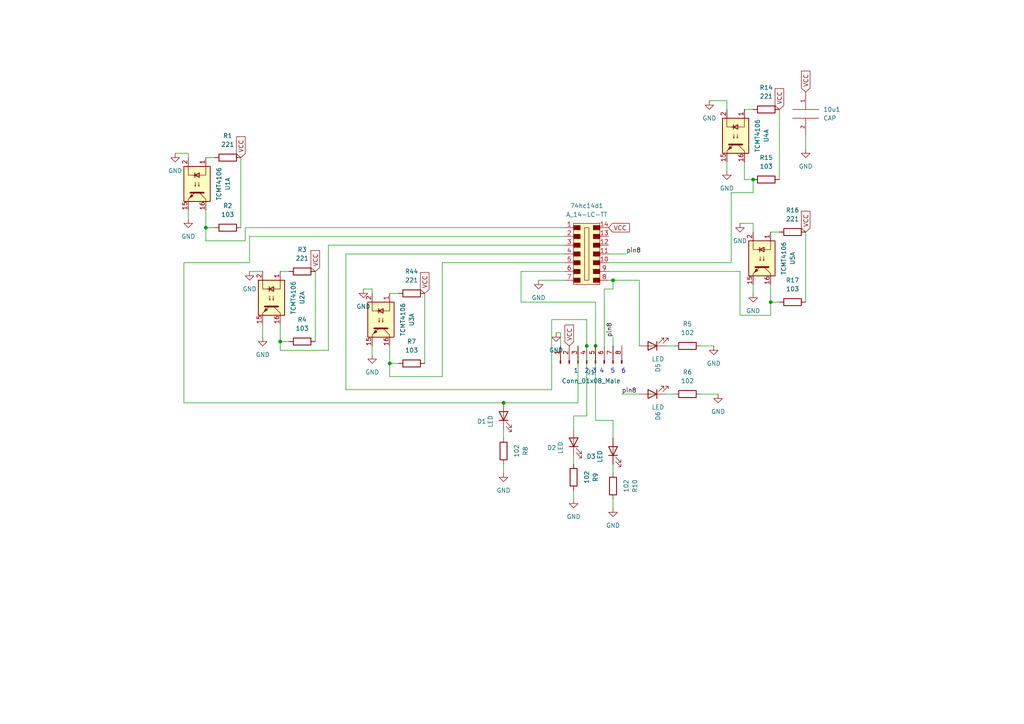
<source format=kicad_sch>
(kicad_sch (version 20211123) (generator eeschema)
  (paper "A4")
  (lib_symbols
    (symbol "Connector:Conn_01x08_Male" (pin_names (offset 1.016) hide)
      (property "Reference" "J" (at 0 10.16 0))
      (property "Value" "Conn_01x08_Male" (at 0 -12.7 0))
      (symbol "Conn_01x08_Male_1_1"
        (polyline (pts (xy 1.27 -10.16) (xy 0.8636 -10.16)) (stroke (width 0.1524)))
        (polyline (pts (xy 1.27 -7.62) (xy 0.8636 -7.62)) (stroke (width 0.1524)))
        (polyline (pts (xy 1.27 -5.08) (xy 0.8636 -5.08)) (stroke (width 0.1524)))
        (polyline (pts (xy 1.27 -2.54) (xy 0.8636 -2.54)) (stroke (width 0.1524)))
        (polyline (pts (xy 1.27 0) (xy 0.8636 0)) (stroke (width 0.1524)))
        (polyline (pts (xy 1.27 2.54) (xy 0.8636 2.54)) (stroke (width 0.1524)))
        (polyline (pts (xy 1.27 5.08) (xy 0.8636 5.08)) (stroke (width 0.1524)))
        (polyline (pts (xy 1.27 7.62) (xy 0.8636 7.62)) (stroke (width 0.1524)))
        (rectangle (start 0.8636 -10.033) (end 0 -10.287) (stroke (width 0.1524)) (fill (type outline)))
        (rectangle (start 0.8636 -7.493) (end 0 -7.747) (stroke (width 0.1524)) (fill (type outline)))
        (rectangle (start 0.8636 -4.953) (end 0 -5.207) (stroke (width 0.1524)) (fill (type outline)))
        (rectangle (start 0.8636 -2.413) (end 0 -2.667) (stroke (width 0.1524)) (fill (type outline)))
        (rectangle (start 0.8636 0.127) (end 0 -0.127) (stroke (width 0.1524)) (fill (type outline)))
        (rectangle (start 0.8636 2.667) (end 0 2.413) (stroke (width 0.1524)) (fill (type outline)))
        (rectangle (start 0.8636 5.207) (end 0 4.953) (stroke (width 0.1524)) (fill (type outline)))
        (rectangle (start 0.8636 7.747) (end 0 7.493) (stroke (width 0.1524)) (fill (type outline)))
        (pin passive line (at 5.08 7.62 180) (length 3.81) (name "Pin_1") (number "1"))
        (pin passive line (at 5.08 5.08 180) (length 3.81) (name "Pin_2") (number "2"))
        (pin passive line (at 5.08 2.54 180) (length 3.81) (name "Pin_3") (number "3"))
        (pin passive line (at 5.08 0 180) (length 3.81) (name "Pin_4") (number "4"))
        (pin passive line (at 5.08 -2.54 180) (length 3.81) (name "Pin_5") (number "5"))
        (pin passive line (at 5.08 -5.08 180) (length 3.81) (name "Pin_6") (number "6"))
        (pin passive line (at 5.08 -7.62 180) (length 3.81) (name "Pin_7") (number "7"))
        (pin passive line (at 5.08 -10.16 180) (length 3.81) (name "Pin_8") (number "8"))
      )
    )
    (symbol "Device:LED" (pin_numbers hide) (pin_names (offset 1.016) hide)
      (property "Reference" "D" (at 0 2.54 0))
      (property "Value" "LED" (at 0 -2.54 0))
      (symbol "LED_0_1"
        (polyline (pts (xy -1.27 -1.27) (xy -1.27 1.27)) (stroke (width 0.254)))
        (polyline (pts (xy -1.27 0) (xy 1.27 0)))
        (polyline (pts (xy 1.27 -1.27) (xy 1.27 1.27) (xy -1.27 0) (xy 1.27 -1.27)) (stroke (width 0.254)))
        (polyline (pts (xy -3.048 -0.762) (xy -4.572 -2.286) (xy -3.81 -2.286) (xy -4.572 -2.286) (xy -4.572 -1.524)))
        (polyline (pts (xy -1.778 -0.762) (xy -3.302 -2.286) (xy -2.54 -2.286) (xy -3.302 -2.286) (xy -3.302 -1.524)))
      )
      (symbol "LED_1_1"
        (pin passive line (at -3.81 0 0) (length 2.54) (name "K") (number "1"))
        (pin passive line (at 3.81 0 180) (length 2.54) (name "A") (number "2"))
      )
    )
    (symbol "Device:R" (pin_numbers hide) (pin_names (offset 0))
      (property "Reference" "R" (at 2.032 0 90))
      (property "Value" "R" (at 0 0 90))
      (symbol "R_0_1"
        (rectangle (start -1.016 -2.54) (end 1.016 2.54) (stroke (width 0.254)))
      )
      (symbol "R_1_1"
        (pin passive line (at 0 3.81 270) (length 1.27) (name "~") (number "1"))
        (pin passive line (at 0 -3.81 90) (length 1.27) (name "~") (number "2"))
      )
    )
    (symbol "Isolator:TCMT4106" (pin_names (offset 1.016))
      (property "Reference" "U" (at 0 5.08 0))
      (property "Value" "TCMT4106" (at 0 -5.08 0))
      (symbol "TCMT4106_1_1"
        (rectangle (start -5.08 3.81) (end 5.08 -3.81) (stroke (width 0.254)) (fill (type background)))
        (polyline (pts (xy -3.175 -0.635) (xy -1.905 -0.635)) (stroke (width 0.254)))
        (polyline (pts (xy 2.54 0.635) (xy 4.445 2.54)))
        (polyline (pts (xy 4.445 -2.54) (xy 2.54 -0.635)) (fill (type outline)))
        (polyline (pts (xy 4.445 -2.54) (xy 5.08 -2.54)))
        (polyline (pts (xy 4.445 2.54) (xy 5.08 2.54)))
        (polyline (pts (xy -2.54 -0.635) (xy -2.54 -2.54) (xy -5.08 -2.54)))
        (polyline (pts (xy 2.54 1.905) (xy 2.54 -1.905) (xy 2.54 -1.905)) (stroke (width 0.508)))
        (polyline (pts (xy -5.08 2.54) (xy -2.54 2.54) (xy -2.54 -1.27) (xy -2.54 0.635)))
        (polyline (pts (xy -2.54 -0.635) (xy -3.175 0.635) (xy -1.905 0.635) (xy -2.54 -0.635)) (stroke (width 0.254)))
        (polyline (pts (xy -0.508 -0.508) (xy 0.762 -0.508) (xy 0.381 -0.635) (xy 0.381 -0.381) (xy 0.762 -0.508)))
        (polyline (pts (xy -0.508 0.508) (xy 0.762 0.508) (xy 0.381 0.381) (xy 0.381 0.635) (xy 0.762 0.508)))
        (polyline (pts (xy 3.048 -1.651) (xy 3.556 -1.143) (xy 4.064 -2.159) (xy 3.048 -1.651) (xy 3.048 -1.651)) (fill (type outline)))
        (pin passive line (at -7.62 2.54 0) (length 2.54) (name "~") (number "1"))
        (pin passive line (at 7.62 -2.54 180) (length 2.54) (name "~") (number "15"))
        (pin passive line (at 7.62 2.54 180) (length 2.54) (name "~") (number "16"))
        (pin passive line (at -7.62 -2.54 0) (length 2.54) (name "~") (number "2"))
      )
      (symbol "TCMT4106_2_1"
        (rectangle (start -5.08 3.81) (end 5.08 -3.81) (stroke (width 0.254)) (fill (type background)))
        (polyline (pts (xy -3.175 -0.635) (xy -1.905 -0.635)) (stroke (width 0.254)))
        (polyline (pts (xy 2.54 0.635) (xy 4.445 2.54)))
        (polyline (pts (xy 4.445 -2.54) (xy 2.54 -0.635)) (fill (type outline)))
        (polyline (pts (xy 4.445 -2.54) (xy 5.08 -2.54)))
        (polyline (pts (xy 4.445 2.54) (xy 5.08 2.54)))
        (polyline (pts (xy -2.54 -0.635) (xy -2.54 -2.54) (xy -5.08 -2.54)))
        (polyline (pts (xy 2.54 1.905) (xy 2.54 -1.905) (xy 2.54 -1.905)) (stroke (width 0.508)))
        (polyline (pts (xy -5.08 2.54) (xy -2.54 2.54) (xy -2.54 -1.27) (xy -2.54 0.635)))
        (polyline (pts (xy -2.54 -0.635) (xy -3.175 0.635) (xy -1.905 0.635) (xy -2.54 -0.635)) (stroke (width 0.254)))
        (polyline (pts (xy -0.508 -0.508) (xy 0.762 -0.508) (xy 0.381 -0.635) (xy 0.381 -0.381) (xy 0.762 -0.508)))
        (polyline (pts (xy -0.508 0.508) (xy 0.762 0.508) (xy 0.381 0.381) (xy 0.381 0.635) (xy 0.762 0.508)))
        (polyline (pts (xy 3.048 -1.651) (xy 3.556 -1.143) (xy 4.064 -2.159) (xy 3.048 -1.651) (xy 3.048 -1.651)) (fill (type outline)))
        (pin passive line (at 7.62 -2.54 180) (length 2.54) (name "~") (number "13"))
        (pin passive line (at 7.62 2.54 180) (length 2.54) (name "~") (number "14"))
        (pin passive line (at -7.62 2.54 0) (length 2.54) (name "~") (number "3"))
        (pin passive line (at -7.62 -2.54 0) (length 2.54) (name "~") (number "4"))
      )
      (symbol "TCMT4106_3_1"
        (rectangle (start -5.08 3.81) (end 5.08 -3.81) (stroke (width 0.254)) (fill (type background)))
        (polyline (pts (xy -3.175 -0.635) (xy -1.905 -0.635)) (stroke (width 0.254)))
        (polyline (pts (xy 2.54 0.635) (xy 4.445 2.54)))
        (polyline (pts (xy 4.445 -2.54) (xy 2.54 -0.635)) (fill (type outline)))
        (polyline (pts (xy 4.445 -2.54) (xy 5.08 -2.54)))
        (polyline (pts (xy 4.445 2.54) (xy 5.08 2.54)))
        (polyline (pts (xy -2.54 -0.635) (xy -2.54 -2.54) (xy -5.08 -2.54)))
        (polyline (pts (xy 2.54 1.905) (xy 2.54 -1.905) (xy 2.54 -1.905)) (stroke (width 0.508)))
        (polyline (pts (xy -5.08 2.54) (xy -2.54 2.54) (xy -2.54 -1.27) (xy -2.54 0.635)))
        (polyline (pts (xy -2.54 -0.635) (xy -3.175 0.635) (xy -1.905 0.635) (xy -2.54 -0.635)) (stroke (width 0.254)))
        (polyline (pts (xy -0.508 -0.508) (xy 0.762 -0.508) (xy 0.381 -0.635) (xy 0.381 -0.381) (xy 0.762 -0.508)))
        (polyline (pts (xy -0.508 0.508) (xy 0.762 0.508) (xy 0.381 0.381) (xy 0.381 0.635) (xy 0.762 0.508)))
        (polyline (pts (xy 3.048 -1.651) (xy 3.556 -1.143) (xy 4.064 -2.159) (xy 3.048 -1.651) (xy 3.048 -1.651)) (fill (type outline)))
        (pin passive line (at 7.62 -2.54 180) (length 2.54) (name "~") (number "11"))
        (pin passive line (at 7.62 2.54 180) (length 2.54) (name "~") (number "12"))
        (pin passive line (at -7.62 2.54 0) (length 2.54) (name "~") (number "5"))
        (pin passive line (at -7.62 -2.54 0) (length 2.54) (name "~") (number "6"))
      )
      (symbol "TCMT4106_4_1"
        (rectangle (start -5.08 3.81) (end 5.08 -3.81) (stroke (width 0.254)) (fill (type background)))
        (polyline (pts (xy -3.175 -0.635) (xy -1.905 -0.635)) (stroke (width 0.254)))
        (polyline (pts (xy 2.54 0.635) (xy 4.445 2.54)))
        (polyline (pts (xy 4.445 -2.54) (xy 2.54 -0.635)) (fill (type outline)))
        (polyline (pts (xy 4.445 -2.54) (xy 5.08 -2.54)))
        (polyline (pts (xy 4.445 2.54) (xy 5.08 2.54)))
        (polyline (pts (xy -2.54 -0.635) (xy -2.54 -2.54) (xy -5.08 -2.54)))
        (polyline (pts (xy 2.54 1.905) (xy 2.54 -1.905) (xy 2.54 -1.905)) (stroke (width 0.508)))
        (polyline (pts (xy -5.08 2.54) (xy -2.54 2.54) (xy -2.54 -1.27) (xy -2.54 0.635)))
        (polyline (pts (xy -2.54 -0.635) (xy -3.175 0.635) (xy -1.905 0.635) (xy -2.54 -0.635)) (stroke (width 0.254)))
        (polyline (pts (xy -0.508 -0.508) (xy 0.762 -0.508) (xy 0.381 -0.635) (xy 0.381 -0.381) (xy 0.762 -0.508)))
        (polyline (pts (xy -0.508 0.508) (xy 0.762 0.508) (xy 0.381 0.381) (xy 0.381 0.635) (xy 0.762 0.508)))
        (polyline (pts (xy 3.048 -1.651) (xy 3.556 -1.143) (xy 4.064 -2.159) (xy 3.048 -1.651) (xy 3.048 -1.651)) (fill (type outline)))
        (pin passive line (at 7.62 2.54 180) (length 2.54) (name "~") (number "10"))
        (pin passive line (at -7.62 2.54 0) (length 2.54) (name "~") (number "7"))
        (pin passive line (at -7.62 -2.54 0) (length 2.54) (name "~") (number "8"))
        (pin passive line (at 7.62 -2.54 180) (length 2.54) (name "~") (number "9"))
      )
    )
    (symbol "dk_Sockets-for-ICs-Transistors:A_14-LC-TT" (pin_names (offset 1.016))
      (property "Reference" "J" (at -3.81 7.62 0))
      (property "Value" "A_14-LC-TT" (at 0 -12.7 0))
      (symbol "A_14-LC-TT_1_1"
        (rectangle (start -3.81 -9.525) (end -1.905 -10.795) (fill (type outline)))
        (rectangle (start -3.81 -6.985) (end -1.905 -8.255) (fill (type outline)))
        (rectangle (start -3.81 -4.445) (end -1.905 -5.715) (fill (type outline)))
        (rectangle (start -3.81 -1.905) (end -1.905 -3.175) (fill (type outline)))
        (rectangle (start -3.81 0.635) (end -1.905 -0.635) (fill (type outline)))
        (rectangle (start -3.81 3.175) (end -1.905 1.905) (fill (type outline)))
        (rectangle (start -3.81 5.715) (end -1.905 4.445) (fill (type outline)))
        (rectangle (start -3.81 6.35) (end 3.81 -11.43) (fill (type background)))
        (rectangle (start -0.635 5.08) (end 0.635 -10.16))
        (rectangle (start 1.905 -9.525) (end 3.81 -10.795) (fill (type outline)))
        (rectangle (start 1.905 -6.985) (end 3.81 -8.255) (fill (type outline)))
        (rectangle (start 1.905 -4.445) (end 3.81 -5.715) (fill (type outline)))
        (rectangle (start 1.905 -1.905) (end 3.81 -3.175) (fill (type outline)))
        (rectangle (start 1.905 0.635) (end 3.81 -0.635) (fill (type outline)))
        (rectangle (start 1.905 3.175) (end 3.81 1.905) (fill (type outline)))
        (rectangle (start 1.905 5.715) (end 3.81 4.445) (fill (type outline)))
        (pin passive line (at -6.35 5.08 0) (length 2.54) (name "~") (number "1"))
        (pin passive line (at 6.35 -5.08 180) (length 2.54) (name "~") (number "10"))
        (pin passive line (at 6.35 -2.54 180) (length 2.54) (name "~") (number "11"))
        (pin passive line (at 6.35 0 180) (length 2.54) (name "~") (number "12"))
        (pin passive line (at 6.35 2.54 180) (length 2.54) (name "~") (number "13"))
        (pin passive line (at 6.35 5.08 180) (length 2.54) (name "~") (number "14"))
        (pin passive line (at -6.35 2.54 0) (length 2.54) (name "~") (number "2"))
        (pin passive line (at -6.35 0 0) (length 2.54) (name "~") (number "3"))
        (pin passive line (at -6.35 -2.54 0) (length 2.54) (name "~") (number "4"))
        (pin passive line (at -6.35 -5.08 0) (length 2.54) (name "~") (number "5"))
        (pin passive line (at -6.35 -7.62 0) (length 2.54) (name "~") (number "6"))
        (pin passive line (at -6.35 -10.16 0) (length 2.54) (name "~") (number "7"))
        (pin passive line (at 6.35 -10.16 180) (length 2.54) (name "~") (number "8"))
        (pin passive line (at 6.35 -7.62 180) (length 2.54) (name "~") (number "9"))
      )
    )
    (symbol "power:GND" (power) (pin_names (offset 0))
      (property "Value" "GND" (at 0 -3.81 0))
      (symbol "GND_0_1"
        (polyline (pts (xy 0 0) (xy 0 -1.27) (xy 1.27 -1.27) (xy 0 -2.54) (xy -1.27 -1.27) (xy 0 -1.27)))
      )
      (symbol "GND_1_1"
        (pin power_in line (at 0 0 270) (length 0) hide (name "GND") (number "1"))
      )
    )
    (symbol "pspice:CAP" (pin_names (offset 0.254))
      (property "Reference" "C" (at 2.54 3.81 90))
      (property "Value" "CAP" (at 2.54 -3.81 90))
      (symbol "CAP_0_1"
        (polyline (pts (xy -3.81 -1.27) (xy 3.81 -1.27)))
        (polyline (pts (xy -3.81 1.27) (xy 3.81 1.27)))
      )
      (symbol "CAP_1_1"
        (pin passive line (at 0 6.35 270) (length 5.08) (name "~") (number "1"))
        (pin passive line (at 0 -6.35 90) (length 5.08) (name "~") (number "2"))
      )
    )
  )
  (junction (at 170.18 100.33))
  (junction (at 81.28 99.06))
  (junction (at 223.52 87.63))
  (junction (at 113.03 105.41))
  (junction (at 146.05 116.84))
  (junction (at 177.8 81.28))
  (junction (at 59.69 66.04))
  (junction (at 172.72 100.33))
  (junction (at 218.44 52.07))
  (wire (pts (xy 172.72 100.33) (xy 172.72 121.92)))
  (wire (pts (xy 170.18 100.33) (xy 170.18 120.65)))
  (wire (pts (xy 163.83 78.74) (xy 151.13 78.74)))
  (wire (pts (xy 53.34 76.2) (xy 53.34 116.84)))
  (wire (pts (xy 128.27 76.2) (xy 163.83 76.2)))
  (wire (pts (xy 81.28 101.6) (xy 95.25 101.6)))
  (wire (pts (xy 59.69 66.04) (xy 62.23 66.04)))
  (wire (pts (xy 210.82 46.99) (xy 210.82 49.53)))
  (wire (pts (xy 151.13 87.63) (xy 172.72 87.63)))
  (wire (pts (xy 100.33 113.03) (xy 160.02 113.03)))
  (wire (pts (xy 160.02 92.71) (xy 170.18 92.71)))
  (wire (pts (xy 177.8 134.62) (xy 177.8 137.16)))
  (wire (pts (xy 214.63 78.74) (xy 214.63 91.44)))
  (wire (pts (xy 233.68 39.37) (xy 233.68 43.18)))
  (wire (pts (xy 177.8 144.78) (xy 177.8 147.32)))
  (wire (pts (xy 113.03 100.33) (xy 113.03 105.41)))
  (wire (pts (xy 212.09 76.2) (xy 176.53 76.2)))
  (wire (pts (xy 69.85 45.72) (xy 69.85 66.04)))
  (wire (pts (xy 214.63 64.77) (xy 218.44 64.77)))
  (wire (pts (xy 215.9 46.99) (xy 215.9 52.07)))
  (wire (pts (xy 212.09 55.88) (xy 218.44 55.88)))
  (wire (pts (xy 59.69 45.72) (xy 62.23 45.72)))
  (wire (pts (xy 215.9 52.07) (xy 218.44 52.07)))
  (wire (pts (xy 166.37 142.24) (xy 166.37 144.78)))
  (wire (pts (xy 163.83 68.58) (xy 72.39 68.58)))
  (wire (pts (xy 128.27 109.22) (xy 128.27 76.2)))
  (wire (pts (xy 95.25 101.6) (xy 95.25 71.12)))
  (wire (pts (xy 218.44 82.55) (xy 218.44 85.09)))
  (wire (pts (xy 59.69 69.85) (xy 71.12 69.85)))
  (wire (pts (xy 166.37 120.65) (xy 170.18 120.65)))
  (wire (pts (xy 170.18 92.71) (xy 170.18 100.33)))
  (wire (pts (xy 95.25 71.12) (xy 163.83 71.12)))
  (wire (pts (xy 54.61 44.45) (xy 50.8 44.45)))
  (wire (pts (xy 100.33 73.66) (xy 100.33 113.03)))
  (wire (pts (xy 123.19 85.09) (xy 123.19 105.41)))
  (wire (pts (xy 166.37 124.46) (xy 166.37 120.65)))
  (wire (pts (xy 146.05 124.46) (xy 146.05 127)))
  (wire (pts (xy 223.52 91.44) (xy 223.52 87.63)))
  (wire (pts (xy 161.29 96.52) (xy 162.56 96.52)))
  (wire (pts (xy 215.9 31.75) (xy 218.44 31.75)))
  (wire (pts (xy 59.69 60.96) (xy 59.69 66.04)))
  (wire (pts (xy 53.34 116.84) (xy 146.05 116.84)))
  (wire (pts (xy 218.44 64.77) (xy 218.44 67.31)))
  (wire (pts (xy 166.37 132.08) (xy 166.37 134.62)))
  (wire (pts (xy 226.06 31.75) (xy 226.06 52.07)))
  (wire (pts (xy 193.04 100.33) (xy 195.58 100.33)))
  (wire (pts (xy 72.39 76.2) (xy 53.34 76.2)))
  (wire (pts (xy 203.2 114.3) (xy 208.28 114.3)))
  (wire (pts (xy 223.52 82.55) (xy 223.52 87.63)))
  (wire (pts (xy 105.41 83.82) (xy 107.95 83.82)))
  (wire (pts (xy 163.83 73.66) (xy 100.33 73.66)))
  (wire (pts (xy 175.26 100.33) (xy 175.26 83.82)))
  (wire (pts (xy 223.52 67.31) (xy 226.06 67.31)))
  (wire (pts (xy 176.53 81.28) (xy 177.8 81.28)))
  (wire (pts (xy 175.26 83.82) (xy 177.8 83.82)))
  (wire (pts (xy 71.12 69.85) (xy 71.12 66.04)))
  (wire (pts (xy 205.74 29.21) (xy 210.82 29.21)))
  (wire (pts (xy 54.61 60.96) (xy 54.61 63.5)))
  (wire (pts (xy 167.64 116.84) (xy 167.64 100.33)))
  (wire (pts (xy 107.95 100.33) (xy 107.95 102.87)))
  (wire (pts (xy 113.03 105.41) (xy 115.57 105.41)))
  (wire (pts (xy 172.72 87.63) (xy 172.72 100.33)))
  (wire (pts (xy 72.39 68.58) (xy 72.39 76.2)))
  (wire (pts (xy 233.68 67.31) (xy 233.68 87.63)))
  (wire (pts (xy 91.44 78.74) (xy 91.44 99.06)))
  (wire (pts (xy 76.2 93.98) (xy 76.2 97.79)))
  (wire (pts (xy 151.13 78.74) (xy 151.13 87.63)))
  (wire (pts (xy 81.28 99.06) (xy 83.82 99.06)))
  (wire (pts (xy 72.39 78.74) (xy 76.2 78.74)))
  (wire (pts (xy 113.03 105.41) (xy 113.03 109.22)))
  (wire (pts (xy 218.44 52.07) (xy 218.44 55.88)))
  (wire (pts (xy 177.8 83.82) (xy 177.8 81.28)))
  (wire (pts (xy 59.69 66.04) (xy 59.69 69.85)))
  (wire (pts (xy 160.02 113.03) (xy 160.02 92.71)))
  (wire (pts (xy 54.61 45.72) (xy 54.61 44.45)))
  (wire (pts (xy 212.09 55.88) (xy 212.09 76.2)))
  (wire (pts (xy 176.53 78.74) (xy 214.63 78.74)))
  (wire (pts (xy 176.53 73.66) (xy 181.61 73.66)))
  (wire (pts (xy 177.8 97.79) (xy 177.8 100.33)))
  (wire (pts (xy 81.28 93.98) (xy 81.28 99.06)))
  (wire (pts (xy 210.82 29.21) (xy 210.82 31.75)))
  (wire (pts (xy 81.28 78.74) (xy 83.82 78.74)))
  (wire (pts (xy 162.56 96.52) (xy 162.56 100.33)))
  (wire (pts (xy 214.63 91.44) (xy 223.52 91.44)))
  (wire (pts (xy 185.42 100.33) (xy 185.42 81.28)))
  (wire (pts (xy 156.21 81.28) (xy 163.83 81.28)))
  (wire (pts (xy 203.2 100.33) (xy 207.01 100.33)))
  (wire (pts (xy 71.12 66.04) (xy 163.83 66.04)))
  (wire (pts (xy 177.8 121.92) (xy 172.72 121.92)))
  (wire (pts (xy 81.28 99.06) (xy 81.28 101.6)))
  (wire (pts (xy 180.34 114.3) (xy 185.42 114.3)))
  (wire (pts (xy 113.03 109.22) (xy 128.27 109.22)))
  (wire (pts (xy 193.04 114.3) (xy 195.58 114.3)))
  (wire (pts (xy 146.05 134.62) (xy 146.05 137.16)))
  (wire (pts (xy 146.05 116.84) (xy 167.64 116.84)))
  (wire (pts (xy 177.8 81.28) (xy 185.42 81.28)))
  (wire (pts (xy 223.52 87.63) (xy 226.06 87.63)))
  (wire (pts (xy 107.95 83.82) (xy 107.95 85.09)))
  (wire (pts (xy 113.03 85.09) (xy 115.57 85.09)))
  (wire (pts (xy 177.8 127) (xy 177.8 121.92)))
  (text "1  2 3 4  5  6 \n\n" (at 166.37 110.49 0) (effects (font (size 1.27 1.27)) (justify left bottom)))
  (label "pin8" (at 177.8 97.79 90))
  (label "pin8" (at 180.34 114.3 0))
  (label "pin8" (at 181.61 73.66 0))
  (global_label "VCC" (shape input) (at 123.19 85.09 90) (property "Intersheet References" "${INTERSHEET_REFS}" (effects hide)))
  (global_label "VCC" (shape input) (at 226.06 31.75 90) (property "Intersheet References" "${INTERSHEET_REFS}" (effects hide)))
  (global_label "VCC" (shape input) (at 69.85 45.72 90) (property "Intersheet References" "${INTERSHEET_REFS}" (effects hide)))
  (global_label "VCC" (shape input) (at 176.53 66.04 0) (property "Intersheet References" "${INTERSHEET_REFS}" (effects hide)))
  (global_label "VCC" (shape input) (at 233.68 26.67 90) (property "Intersheet References" "${INTERSHEET_REFS}" (effects hide)))
  (global_label "VCC" (shape input) (at 91.44 78.74 90) (property "Intersheet References" "${INTERSHEET_REFS}" (effects hide)))
  (global_label "VCC" (shape input) (at 165.1 100.33 90) (property "Intersheet References" "${INTERSHEET_REFS}" (effects hide)))
  (global_label "VCC" (shape input) (at 233.68 67.31 90) (property "Intersheet References" "${INTERSHEET_REFS}" (effects hide)))
  (symbol (lib_id "Device:R") (at 119.38 85.09 90) (unit 1)
    (property "Reference" "R44" (at 119.38 78.74 90))
    (property "Value" "221" (at 119.38 81.28 90))
    (property "Footprint" "Resistor_SMD:R_0612_1632Metric" (effects hide))
  )
  (symbol (lib_id "power:GND") (at 54.61 63.5 0) (unit 1)
    (property "Reference" "#PWR0116" (effects hide))
    (property "Value" "GND" (at 54.61 68.58 0))
  )
  (symbol (lib_id "Device:R") (at 66.04 66.04 90) (unit 1)
    (property "Reference" "R2" (at 66.04 59.69 90))
    (property "Value" "103" (at 66.04 62.23 90))
    (property "Footprint" "Resistor_SMD:R_0612_1632Metric" (effects hide))
  )
  (symbol (lib_id "Device:R") (at 229.87 87.63 90) (unit 1)
    (property "Reference" "R17" (at 229.87 81.28 90))
    (property "Value" "103" (at 229.87 83.82 90))
    (property "Footprint" "Resistor_SMD:R_0612_1632Metric" (effects hide))
  )
  (symbol (lib_id "Device:R") (at 87.63 99.06 90) (unit 1)
    (property "Reference" "R4" (at 87.63 92.71 90))
    (property "Value" "103" (at 87.63 95.25 90))
    (property "Footprint" "Resistor_SMD:R_0612_1632Metric" (effects hide))
  )
  (symbol (lib_id "pspice:CAP") (at 233.68 33.02 0) (unit 1)
    (property "Reference" "10u1" (at 238.76 31.7499 0) (effects (justify left)))
    (property "Value" "CAP" (at 238.76 34.2899 0) (effects (justify left)))
    (property "Footprint" "Capacitor_SMD:C_1206_3216Metric_Pad1.33x1.80mm_HandSolder" (effects hide))
  )
  (symbol (lib_id "power:GND") (at 233.68 43.18 0) (unit 1)
    (property "Reference" "#PWR0115" (effects hide))
    (property "Value" "GND" (at 233.68 48.26 0))
  )
  (symbol (lib_id "power:GND") (at 156.21 81.28 0) (unit 1)
    (property "Reference" "#PWR0107" (effects hide))
    (property "Value" "GND" (at 156.21 86.36 0))
  )
  (symbol (lib_id "power:GND") (at 208.28 114.3 0) (unit 1)
    (property "Reference" "#PWR0104" (effects hide))
    (property "Value" "GND" (at 208.28 119.38 0))
  )
  (symbol (lib_id "dk_Sockets-for-ICs-Transistors:A_14-LC-TT") (at 170.18 71.12 0) (unit 1)
    (property "Reference" "74hc14d1" (at 170.18 59.69 0))
    (property "Value" "A_14-LC-TT" (at 170.18 62.23 0))
    (property "Footprint" "Package_DIP:DIP-14_W7.62mm_Socket" (effects hide))
    (property "Datasheet" "http://www.assmann-wsw.com/fileadmin/datasheets/ASS_0810_CO.pdf" (effects hide))
    (property "Digi-Key_PN" "AE9989-ND" (effects hide))
    (property "MPN" "A 14-LC-TT" (effects hide))
    (property "Category" "Connectors, Interconnects" (effects hide))
    (property "Family" "Sockets for ICs, Transistors" (effects hide))
    (property "DK_Datasheet_Link" "http://www.assmann-wsw.com/fileadmin/datasheets/ASS_0810_CO.pdf" (effects hide))
    (property "DK_Detail_Page" "/product-detail/en/assmann-wsw-components/A-14-LC-TT/AE9989-ND/821743" (effects hide))
    (property "Description" "CONN IC DIP SOCKET 14POS TIN" (effects hide))
    (property "Manufacturer" "Assmann WSW Components" (effects hide))
    (property "Status" "Active" (effects hide))
  )
  (symbol (lib_id "power:GND") (at 177.8 147.32 0) (unit 1)
    (property "Reference" "#PWR0109" (effects hide))
    (property "Value" "GND" (at 177.8 152.4 0))
  )
  (symbol (lib_id "Isolator:TCMT4106") (at 220.98 74.93 270) (unit 1)
    (property "Reference" "U5" (at 229.87 74.93 0))
    (property "Value" "TCMT4106" (at 227.33 74.93 0))
    (property "Footprint" "sensor:tcrt5000" (effects hide))
    (property "Datasheet" "https://www.vishay.com/docs/84181/tcmt4100.pdf" (effects hide))
  )
  (symbol (lib_id "Device:R") (at 229.87 67.31 90) (unit 1)
    (property "Reference" "R16" (at 229.87 60.96 90))
    (property "Value" "221" (at 229.87 63.5 90))
    (property "Footprint" "Resistor_SMD:R_0612_1632Metric" (effects hide))
  )
  (symbol (lib_id "Isolator:TCMT4106") (at 57.15 53.34 270) (unit 1)
    (property "Reference" "U1" (at 66.04 53.34 0))
    (property "Value" "TCMT4106" (at 63.5 53.34 0))
    (property "Footprint" "sensor:tcrt5000" (effects hide))
    (property "Datasheet" "https://www.vishay.com/docs/84181/tcmt4100.pdf" (effects hide))
  )
  (symbol (lib_id "Device:R") (at 222.25 31.75 90) (unit 1)
    (property "Reference" "R14" (at 222.25 25.4 90))
    (property "Value" "221" (at 222.25 27.94 90))
    (property "Footprint" "Resistor_SMD:R_0612_1632Metric" (effects hide))
  )
  (symbol (lib_id "power:GND") (at 50.8 44.45 0) (unit 1)
    (property "Reference" "#PWR0117" (effects hide))
    (property "Value" "GND" (at 50.8 49.53 0))
  )
  (symbol (lib_id "Device:LED") (at 189.23 100.33 180) (unit 1)
    (property "Reference" "D5" (at 190.8175 106.68 90))
    (property "Value" "LED" (at 190.8175 104.14 0))
    (property "Footprint" "LED_SMD:LED_1206_3216Metric_Pad1.42x1.75mm_HandSolder" (effects hide))
  )
  (symbol (lib_id "Isolator:TCMT4106") (at 78.74 86.36 270) (unit 1)
    (property "Reference" "U2" (at 87.63 86.36 0))
    (property "Value" "TCMT4106" (at 85.09 86.36 0))
    (property "Footprint" "sensor:tcrt5000" (effects hide))
    (property "Datasheet" "https://www.vishay.com/docs/84181/tcmt4100.pdf" (effects hide))
  )
  (symbol (lib_id "power:GND") (at 166.37 144.78 0) (unit 1)
    (property "Reference" "#PWR0108" (effects hide))
    (property "Value" "GND" (at 166.37 149.86 0))
  )
  (symbol (lib_id "Device:LED") (at 146.05 120.65 90) (unit 1)
    (property "Reference" "D1" (at 139.7 122.2375 90))
    (property "Value" "LED" (at 142.24 122.2375 0))
    (property "Footprint" "LED_SMD:LED_1206_3216Metric_Pad1.42x1.75mm_HandSolder" (effects hide))
  )
  (symbol (lib_id "power:GND") (at 214.63 64.77 0) (unit 1)
    (property "Reference" "#PWR0111" (effects hide))
    (property "Value" "GND" (at 214.63 69.85 0))
  )
  (symbol (lib_id "Device:R") (at 146.05 130.81 0) (unit 1)
    (property "Reference" "R8" (at 152.4 130.81 90))
    (property "Value" "102" (at 149.86 130.81 90))
    (property "Footprint" "Resistor_SMD:R_0612_1632Metric" (effects hide))
  )
  (symbol (lib_id "Device:R") (at 87.63 78.74 90) (unit 1)
    (property "Reference" "R3" (at 87.63 72.39 90))
    (property "Value" "221" (at 87.63 74.93 90))
    (property "Footprint" "Resistor_SMD:R_0612_1632Metric" (effects hide))
  )
  (symbol (lib_id "Device:R") (at 222.25 52.07 90) (unit 1)
    (property "Reference" "R15" (at 222.25 45.72 90))
    (property "Value" "103" (at 222.25 48.26 90))
    (property "Footprint" "Resistor_SMD:R_0612_1632Metric" (effects hide))
  )
  (symbol (lib_id "Isolator:TCMT4106") (at 110.49 92.71 270) (unit 1)
    (property "Reference" "U3" (at 119.38 92.71 0))
    (property "Value" "TCMT4106" (at 116.84 92.71 0))
    (property "Footprint" "sensor:tcrt5000" (effects hide))
    (property "Datasheet" "https://www.vishay.com/docs/84181/tcmt4100.pdf" (effects hide))
  )
  (symbol (lib_id "Device:R") (at 166.37 138.43 0) (unit 1)
    (property "Reference" "R9" (at 172.72 138.43 90))
    (property "Value" "102" (at 170.18 138.43 90))
    (property "Footprint" "Resistor_SMD:R_0612_1632Metric" (effects hide))
  )
  (symbol (lib_id "power:GND") (at 105.41 83.82 0) (unit 1)
    (property "Reference" "#PWR0103" (effects hide))
    (property "Value" "GND" (at 105.41 88.9 0))
  )
  (symbol (lib_id "power:GND") (at 72.39 78.74 0) (unit 1)
    (property "Reference" "#PWR0118" (effects hide))
    (property "Value" "GND" (at 72.39 83.82 0))
  )
  (symbol (lib_id "Device:LED") (at 177.8 130.81 90) (unit 1)
    (property "Reference" "D3" (at 171.45 132.3975 90))
    (property "Value" "LED" (at 173.99 132.3975 0))
    (property "Footprint" "LED_SMD:LED_1206_3216Metric_Pad1.42x1.75mm_HandSolder" (effects hide))
  )
  (symbol (lib_id "Device:LED") (at 166.37 128.27 90) (unit 1)
    (property "Reference" "D2" (at 160.02 129.8575 90))
    (property "Value" "LED" (at 162.56 129.8575 0))
    (property "Footprint" "LED_SMD:LED_1206_3216Metric_Pad1.42x1.75mm_HandSolder" (effects hide))
  )
  (symbol (lib_id "Device:R") (at 66.04 45.72 90) (unit 1)
    (property "Reference" "R1" (at 66.04 39.37 90))
    (property "Value" "221" (at 66.04 41.91 90))
    (property "Footprint" "Resistor_SMD:R_0612_1632Metric" (effects hide))
  )
  (symbol (lib_id "Device:R") (at 177.8 140.97 0) (unit 1)
    (property "Reference" "R10" (at 184.15 140.97 90))
    (property "Value" "102" (at 181.61 140.97 90))
    (property "Footprint" "Resistor_SMD:R_0612_1632Metric" (effects hide))
  )
  (symbol (lib_id "power:GND") (at 161.29 96.52 0) (unit 1)
    (property "Reference" "#PWR0110" (effects hide))
    (property "Value" "GND" (at 161.29 101.6 0))
  )
  (symbol (lib_id "Device:R") (at 199.39 100.33 90) (unit 1)
    (property "Reference" "R5" (at 199.39 93.98 90))
    (property "Value" "102" (at 199.39 96.52 90))
    (property "Footprint" "Resistor_SMD:R_0612_1632Metric" (effects hide))
  )
  (symbol (lib_id "Isolator:TCMT4106") (at 213.36 39.37 270) (unit 1)
    (property "Reference" "U4" (at 222.25 39.37 0))
    (property "Value" "TCMT4106" (at 219.71 39.37 0))
    (property "Footprint" "sensor:tcrt5000" (effects hide))
    (property "Datasheet" "https://www.vishay.com/docs/84181/tcmt4100.pdf" (effects hide))
  )
  (symbol (lib_id "Device:LED") (at 189.23 114.3 180) (unit 1)
    (property "Reference" "D6" (at 190.8175 120.65 90))
    (property "Value" "LED" (at 190.8175 118.11 0))
    (property "Footprint" "LED_SMD:LED_1206_3216Metric_Pad1.42x1.75mm_HandSolder" (effects hide))
  )
  (symbol (lib_id "power:GND") (at 210.82 49.53 0) (unit 1)
    (property "Reference" "#PWR0114" (effects hide))
    (property "Value" "GND" (at 210.82 54.61 0))
  )
  (symbol (lib_id "power:GND") (at 205.74 29.21 0) (unit 1)
    (property "Reference" "#PWR0113" (effects hide))
    (property "Value" "GND" (at 205.74 34.29 0))
  )
  (symbol (lib_id "power:GND") (at 146.05 137.16 0) (unit 1)
    (property "Reference" "#PWR0106" (effects hide))
    (property "Value" "GND" (at 146.05 142.24 0))
  )
  (symbol (lib_id "Connector:Conn_01x08_Male") (at 170.18 105.41 90) (unit 1)
    (property "Reference" "J1" (at 171.45 107.95 90))
    (property "Value" "Conn_01x08_Male" (at 171.45 110.49 90))
    (property "Footprint" "Connector_PinHeader_2.00mm:PinHeader_1x08_P2.00mm_Vertical" (effects hide))
  )
  (symbol (lib_id "power:GND") (at 218.44 85.09 0) (unit 1)
    (property "Reference" "#PWR0112" (effects hide))
    (property "Value" "GND" (at 218.44 90.17 0))
  )
  (symbol (lib_id "Device:R") (at 119.38 105.41 90) (unit 1)
    (property "Reference" "R7" (at 119.38 99.06 90))
    (property "Value" "103" (at 119.38 101.6 90))
    (property "Footprint" "Resistor_SMD:R_0612_1632Metric" (effects hide))
  )
  (symbol (lib_id "Device:R") (at 199.39 114.3 90) (unit 1)
    (property "Reference" "R6" (at 199.39 107.95 90))
    (property "Value" "102" (at 199.39 110.49 90))
    (property "Footprint" "Resistor_SMD:R_0612_1632Metric" (effects hide))
  )
  (symbol (lib_id "power:GND") (at 107.95 102.87 0) (unit 1)
    (property "Reference" "#PWR0102" (effects hide))
    (property "Value" "GND" (at 107.95 107.95 0))
  )
  (symbol (lib_id "power:GND") (at 76.2 97.79 0) (unit 1)
    (property "Reference" "#PWR0101" (effects hide))
    (property "Value" "GND" (at 76.2 102.87 0))
  )
  (symbol (lib_id "power:GND") (at 207.01 100.33 0) (unit 1)
    (property "Reference" "#PWR0105" (effects hide))
    (property "Value" "GND" (at 207.01 105.41 0))
  )
)
</source>
